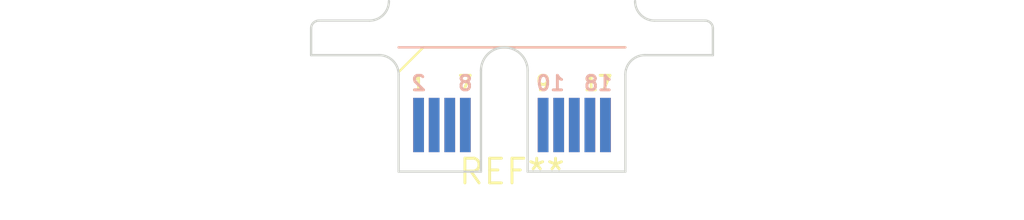
<source format=kicad_pcb>
(kicad_pcb (version 20240108) (generator pcbnew)
  (layers (0 "F.Cu" signal) (31 "B.Cu" signal) (34 "B.Paste" user) (35 "F.Paste" user) (36 "B.SilkS" user "B.Silkscreen") (37 "F.SilkS" user "F.Silkscreen") (38 "B.Mask" user) (39 "F.Mask" user) (44 "Edge.Cuts" user))
  (net 0 "")
  (footprint "Samtec_HSEC8-109-X-X-DV-BL_2x09_P0.8mm_Edge" (layer "F.Cu") (at 0 0)
    (property "Reference" "REF**")
    (property "Value" "Samtec_HSEC8-109-X-X-DV-BL_2x09_P0.8mm_Edge")
    (fp_line (start -5.825 -6.4) (end -5.825 -6.4) (layer "B.SilkS") (stroke (width 0.12)))
    (fp_line (start -5.825 -6.4) (end 5.825 -6.4) (layer "B.SilkS") (stroke (width 0.12)))
    (fp_line (start -5.825 -5.13) (end -4.555 -6.4) (layer "F.SilkS") (stroke (width 0.12)))
    (fp_line (start -4.555 -6.4) (end 5.825 -6.4) (layer "F.SilkS") (stroke (width 0.12)))
    (fp_line (start -10.325 -6) (end -10.325 -7.38) (layer "Edge.Cuts") (stroke (width 0.12)))
    (fp_line (start -9.925 -7.78) (end -7.325 -7.78) (layer "Edge.Cuts") (stroke (width 0.12)))
    (fp_line (start -6.825 -6) (end -10.325 -6) (layer "Edge.Cuts") (stroke (width 0.12)))
    (fp_line (start -5.825 -5) (end -5.825 0) (layer "Edge.Cuts") (stroke (width 0.12)))
    (fp_line (start -5.825 0) (end -1.595 0) (layer "Edge.Cuts") (stroke (width 0.12)))
    (fp_line (start -1.595 0) (end -1.595 -5.2) (layer "Edge.Cuts") (stroke (width 0.12)))
    (fp_line (start 0.805 -5.2) (end 0.805 0) (layer "Edge.Cuts") (stroke (width 0.12)))
    (fp_line (start 0.805 0) (end 5.825 0) (layer "Edge.Cuts") (stroke (width 0.12)))
    (fp_line (start 5.825 0) (end 5.825 -5) (layer "Edge.Cuts") (stroke (width 0.12)))
    (fp_line (start 6.825 -6) (end 10.325 -6) (layer "Edge.Cuts") (stroke (width 0.12)))
    (fp_line (start 9.925 -7.78) (end 7.325 -7.78) (layer "Edge.Cuts") (stroke (width 0.12)))
    (fp_line (start 10.325 -6) (end 10.325 -7.38) (layer "Edge.Cuts") (stroke (width 0.12)))
    (fp_arc (start -10.325 -7.38) (mid -10.207843 -7.662843) (end -9.925 -7.78) (layer "Edge.Cuts") (stroke (width 0.12)))
    (fp_arc (start -6.825 -6) (mid -6.117893 -5.707107) (end -5.825 -5) (layer "Edge.Cuts") (stroke (width 0.12)))
    (fp_arc (start -6.325 -8.78) (mid -6.617893 -8.072893) (end -7.325 -7.78) (layer "Edge.Cuts") (stroke (width 0.12)))
    (fp_arc (start -1.595 -5.2) (mid -0.395 -6.4) (end 0.805 -5.2) (layer "Edge.Cuts") (stroke (width 0.12)))
    (fp_arc (start 5.825 -5) (mid 6.117893 -5.707107) (end 6.825 -6) (layer "Edge.Cuts") (stroke (width 0.12)))
    (fp_arc (start 7.325 -7.78) (mid 6.617893 -8.072893) (end 6.325 -8.78) (layer "Edge.Cuts") (stroke (width 0.12)))
    (fp_arc (start 9.925 -7.78) (mid 10.207843 -7.662843) (end 10.325 -7.38) (layer "Edge.Cuts") (stroke (width 0.12)))
    (fp_text user "10" (at 1.975 -4.55 0) (layer "B.SilkS") (effects (font (size 0.75 0.75)) (justify mirror)))
    (fp_text user "18" (at 4.425 -4.55 0) (layer "B.SilkS") (effects (font (size 0.75 0.75)) (justify mirror)))
    (fp_text user "2" (at -4.8 -4.55 0) (layer "B.SilkS") (effects (font (size 0.75 0.75)) (justify mirror)))
    (fp_text user "8" (at -2.4 -4.55 0) (layer "B.SilkS") (effects (font (size 0.75 0.75)) (justify mirror)))
    (fp_text user "1" (at -4.8 -4.55 0) (layer "F.SilkS") (effects (font (size 0.75 0.75))))
    (fp_text user "17" (at 4.425 -4.55 0) (layer "F.SilkS") (effects (font (size 0.75 0.75))))
    (fp_text user "7" (at -2.4 -4.55 0) (layer "F.SilkS") (effects (font (size 0.75 0.75))))
    (fp_text user "9" (at 1.6 -4.55 0) (layer "F.SilkS") (effects (font (size 0.75 0.75))))
    (pad "1" connect rect (at -4.8 -2.4) (size 0.55 2.8) (layers "F.Cu" "F.Mask"))
    (pad "2" connect rect (at -4.8 -2.4) (size 0.55 2.8) (layers "B.Cu" "B.Mask"))
    (pad "3" connect rect (at -4 -2.4) (size 0.55 2.8) (layers "F.Cu" "F.Mask"))
    (pad "4" connect rect (at -4 -2.4) (size 0.55 2.8) (layers "B.Cu" "B.Mask"))
    (pad "5" connect rect (at -3.2 -2.4) (size 0.55 2.8) (layers "F.Cu" "F.Mask"))
    (pad "6" connect rect (at -3.2 -2.4) (size 0.55 2.8) (layers "B.Cu" "B.Mask"))
    (pad "7" connect rect (at -2.4 -2.4) (size 0.55 2.8) (layers "F.Cu" "F.Mask"))
    (pad "8" connect rect (at -2.4 -2.4) (size 0.55 2.8) (layers "B.Cu" "B.Mask"))
    (pad "9" connect rect (at 1.6 -2.4) (size 0.55 2.8) (layers "F.Cu" "F.Mask"))
    (pad "10" connect rect (at 1.6 -2.4) (size 0.55 2.8) (layers "B.Cu" "B.Mask"))
    (pad "11" connect rect (at 2.4 -2.4) (size 0.55 2.8) (layers "F.Cu" "F.Mask"))
    (pad "12" connect rect (at 2.4 -2.4) (size 0.55 2.8) (layers "B.Cu" "B.Mask"))
    (pad "13" connect rect (at 3.2 -2.4) (size 0.55 2.8) (layers "F.Cu" "F.Mask"))
    (pad "14" connect rect (at 3.2 -2.4) (size 0.55 2.8) (layers "B.Cu" "B.Mask"))
    (pad "15" connect rect (at 4 -2.4) (size 0.55 2.8) (layers "F.Cu" "F.Mask"))
    (pad "16" connect rect (at 4 -2.4) (size 0.55 2.8) (layers "B.Cu" "B.Mask"))
    (pad "17" connect rect (at 4.8 -2.4) (size 0.55 2.8) (layers "F.Cu" "F.Mask"))
    (pad "18" connect rect (at 4.8 -2.4) (size 0.55 2.8) (layers "B.Cu" "B.Mask"))
  )
)
</source>
